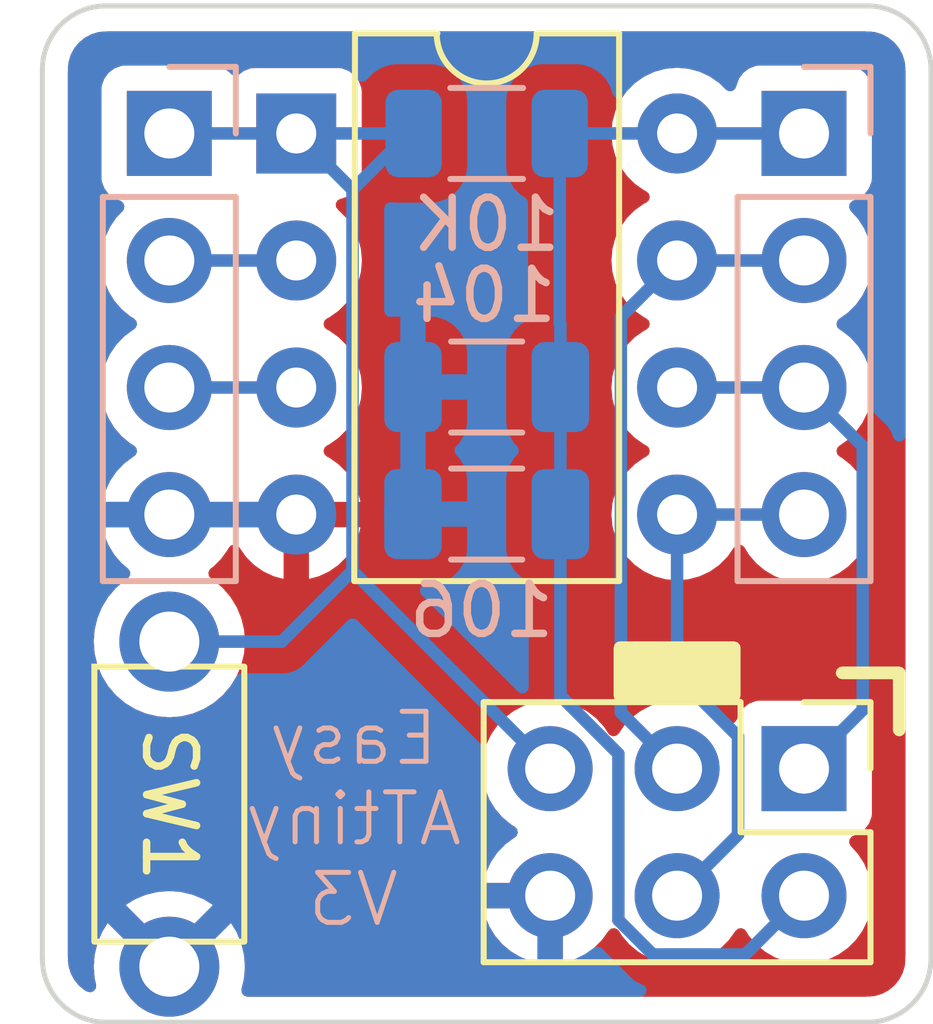
<source format=kicad_pcb>
(kicad_pcb (version 20211014) (generator pcbnew)
  (layers (0 "F.Cu" signal) (31 "B.Cu" signal) (34 "B.Paste" user) (35 "F.Paste" user) (36 "B.SilkS" user "B.Silkscreen") (37 "F.SilkS" user "F.Silkscreen") (38 "B.Mask" user) (39 "F.Mask" user) (44 "Edge.Cuts" user))
  (net 0 "")
  (net 1 "VCC")
  (net 2 "GND")
  (net 3 "Reset")
  (net 4 "ExtCLKI")
  (net 5 "PB4")
  (net 6 "MOSI")
  (net 7 "MISO")
  (net 8 "SCK")
  (footprint "Custom_Footprints:Push Button Switch Goldsun Electronics KRS-3550-BK-R" (layer "F.Cu") (at 172.72 97.8 180)
    (fp_text reference "SW1" (at 0 -3.25 270 unlocked) (layer "F.SilkS"))
    (fp_text value "SW_Push")
    (fp_rect (start 1.5 -0.5) (end -1.5 -6) (layer "F.SilkS") (width 0.12) (fill none))
    (pad "1" thru_hole circle (at 0 -6.5 180) (size 2 2) (drill 1.2) (layers *.Cu *.Mask) (net 2 "GND"))
    (pad "2" thru_hole circle (at 0 0 180) (size 2 2) (drill 1.2) (layers *.Cu *.Mask) (net 3 "Reset"))
  )
  (footprint "Package_DIP:DIP-8_W7.62mm" (layer "F.Cu") (at 175.26 87.64)
    (fp_text reference "U1" hide)
    (fp_text value "ATtiny13-20P" hide)
    (fp_line (start 2.825 -2) (end 1.175 -2) (layer "F.SilkS") (width 0.12))
    (fp_line (start 6.46 -2) (end 4.81 -2) (layer "F.SilkS") (width 0.12))
    (fp_line (start 1.16 8.95) (end 6.46 8.95) (layer "F.SilkS") (width 0.12))
    (fp_line (start 1.175 -2) (end 1.16 8.95) (layer "F.SilkS") (width 0.12))
    (fp_line (start 6.46 8.95) (end 6.46 -2) (layer "F.SilkS") (width 0.12))
    (fp_arc (start 4.81 -2) (mid 3.81 -1) (end 2.81 -2) (layer "F.SilkS") (width 0.12))
    (pad "1" thru_hole rect (at 0 0) (size 1.6 1.6) (drill 0.8) (layers *.Cu *.Mask) (net 3 "Reset"))
    (pad "2" thru_hole oval (at 0 2.54) (size 1.6 1.6) (drill 0.8) (layers *.Cu *.Mask) (net 4 "ExtCLKI"))
    (pad "3" thru_hole oval (at 0 5.08) (size 1.6 1.6) (drill 0.8) (layers *.Cu *.Mask) (net 5 "PB4"))
    (pad "4" thru_hole oval (at 0 7.62) (size 1.6 1.6) (drill 0.8) (layers *.Cu *.Mask) (net 2 "GND"))
    (pad "5" thru_hole oval (at 7.62 7.62) (size 1.6 1.6) (drill 0.8) (layers *.Cu *.Mask) (net 6 "MOSI"))
    (pad "6" thru_hole oval (at 7.62 5.08) (size 1.6 1.6) (drill 0.8) (layers *.Cu *.Mask) (net 7 "MISO"))
    (pad "7" thru_hole oval (at 7.62 2.54) (size 1.6 1.6) (drill 0.8) (layers *.Cu *.Mask) (net 8 "SCK"))
    (pad "8" thru_hole oval (at 7.62 0) (size 1.6 1.6) (drill 0.8) (layers *.Cu *.Mask) (net 1 "VCC"))
  )
  (footprint "Connector_PinHeader_2.54mm:PinHeader_2x03_P2.54mm_Vertical" (layer "F.Cu") (at 185.42 100.34 -90)
    (fp_text reference "J3" hide)
    (fp_text value "Conn_02x03_Odd_Even" hide)
    (fp_line (start -1.33 1.27) (end -1.33 6.41) (layer "F.SilkS") (width 0.12))
    (fp_line (start 3.87 -1.33) (end 3.87 6.41) (layer "F.SilkS") (width 0.12))
    (fp_line (start 1.27 1.27) (end 1.27 -1.33) (layer "F.SilkS") (width 0.12))
    (fp_line (start -1.33 -1.33) (end 0 -1.33) (layer "F.SilkS") (width 0.12))
    (fp_line (start 1.27 -1.33) (end 3.87 -1.33) (layer "F.SilkS") (width 0.12))
    (fp_line (start -1.33 1.27) (end 1.27 1.27) (layer "F.SilkS") (width 0.12))
    (fp_line (start -1.33 6.41) (end 3.87 6.41) (layer "F.SilkS") (width 0.12))
    (fp_line (start -1.33 0) (end -1.33 -1.33) (layer "F.SilkS") (width 0.12))
    (pad "1" thru_hole rect (at 0 0 270) (size 1.7 1.7) (drill 1) (layers *.Cu *.Mask) (net 7 "MISO"))
    (pad "2" thru_hole oval (at 2.54 0 270) (size 1.7 1.7) (drill 1) (layers *.Cu *.Mask) (net 1 "VCC"))
    (pad "3" thru_hole oval (at 0 2.54 270) (size 1.7 1.7) (drill 1) (layers *.Cu *.Mask) (net 8 "SCK"))
    (pad "4" thru_hole oval (at 2.54 2.54 270) (size 1.7 1.7) (drill 1) (layers *.Cu *.Mask) (net 6 "MOSI"))
    (pad "5" thru_hole oval (at 0 5.08 270) (size 1.7 1.7) (drill 1) (layers *.Cu *.Mask) (net 3 "Reset"))
    (pad "6" thru_hole oval (at 2.54 5.08 270) (size 1.7 1.7) (drill 1) (layers *.Cu *.Mask) (net 2 "GND"))
  )
  (footprint "Connector_PinHeader_2.54mm:PinHeader_1x04_P2.54mm_Vertical" (layer "B.Cu") (at 172.72 87.64 180)
    (fp_text reference "J1" hide)
    (fp_text value "Conn_01x04" hide)
    (fp_line (start -1.33 1.33) (end 0 1.33) (layer "B.SilkS") (width 0.12))
    (fp_line (start 1.33 -1.27) (end 1.33 -8.95) (layer "B.SilkS") (width 0.12))
    (fp_line (start -1.33 -1.27) (end -1.33 -8.95) (layer "B.SilkS") (width 0.12))
    (fp_line (start -1.33 -8.95) (end 1.33 -8.95) (layer "B.SilkS") (width 0.12))
    (fp_line (start -1.33 0) (end -1.33 1.33) (layer "B.SilkS") (width 0.12))
    (fp_line (start -1.33 -1.27) (end 1.33 -1.27) (layer "B.SilkS") (width 0.12))
    (pad "1" thru_hole rect (at 0 0 180) (size 1.7 1.7) (drill 1) (layers *.Cu *.Mask) (net 3 "Reset"))
    (pad "2" thru_hole oval (at 0 -2.54 180) (size 1.7 1.7) (drill 1) (layers *.Cu *.Mask) (net 4 "ExtCLKI"))
    (pad "3" thru_hole oval (at 0 -5.08 180) (size 1.7 1.7) (drill 1) (layers *.Cu *.Mask) (net 5 "PB4"))
    (pad "4" thru_hole oval (at 0 -7.62 180) (size 1.7 1.7) (drill 1) (layers *.Cu *.Mask) (net 2 "GND"))
  )
  (footprint "Connector_PinHeader_2.54mm:PinHeader_1x04_P2.54mm_Vertical" (layer "B.Cu") (at 185.42 87.64 180)
    (fp_text reference "J2" hide)
    (fp_text value "Conn_01x04" hide)
    (fp_line (start -1.33 -1.27) (end -1.33 -8.95) (layer "B.SilkS") (width 0.12))
    (fp_line (start -1.33 -8.95) (end 1.33 -8.95) (layer "B.SilkS") (width 0.12))
    (fp_line (start -1.33 1.33) (end 0 1.33) (layer "B.SilkS") (width 0.12))
    (fp_line (start -1.33 -1.27) (end 1.33 -1.27) (layer "B.SilkS") (width 0.12))
    (fp_line (start -1.33 0) (end -1.33 1.33) (layer "B.SilkS") (width 0.12))
    (fp_line (start 1.33 -1.27) (end 1.33 -8.95) (layer "B.SilkS") (width 0.12))
    (pad "1" thru_hole rect (at 0 0 180) (size 1.7 1.7) (drill 1) (layers *.Cu *.Mask) (net 1 "VCC"))
    (pad "2" thru_hole oval (at 0 -2.54 180) (size 1.7 1.7) (drill 1) (layers *.Cu *.Mask) (net 8 "SCK"))
    (pad "3" thru_hole oval (at 0 -5.08 180) (size 1.7 1.7) (drill 1) (layers *.Cu *.Mask) (net 7 "MISO"))
    (pad "4" thru_hole oval (at 0 -7.62 180) (size 1.7 1.7) (drill 1) (layers *.Cu *.Mask) (net 6 "MOSI"))
  )
  (footprint "Resistor_SMD:R_1206_3216Metric" (layer "B.Cu") (at 179.07 87.64)
    (fp_text reference "10K" (at 0 1.82) (layer "B.SilkS") (effects (justify mirror)))
    (fp_text value "R")
    (fp_line (start -0.727064 -0.91) (end 0.727064 -0.91) (layer "B.SilkS") (width 0.12))
    (fp_line (start -0.727064 0.91) (end 0.727064 0.91) (layer "B.SilkS") (width 0.12))
    (pad "1" smd roundrect (at -1.4625 0) (size 1.125 1.75) (layers "B.Cu" "B.Paste" "B.Mask") (roundrect_rratio 0.2222222222) (net 3 "Reset"))
    (pad "2" smd roundrect (at 1.4625 0) (size 1.125 1.75) (layers "B.Cu" "B.Paste" "B.Mask") (roundrect_rratio 0.2222222222) (net 1 "VCC"))
  )
  (footprint "Capacitor_SMD:C_1206_3216Metric" (layer "B.Cu") (at 179.07 95.25 180)
    (fp_text reference "106" (at 0.1016 -1.9304) (layer "B.SilkS") (effects (justify mirror)))
    (fp_text value "C")
    (fp_line (start -0.711252 0.91) (end 0.711252 0.91) (layer "B.SilkS") (width 0.12))
    (fp_line (start -0.711252 -0.91) (end 0.711252 -0.91) (layer "B.SilkS") (width 0.12))
    (pad "1" smd roundrect (at -1.475 0 180) (size 1.15 1.8) (layers "B.Cu" "B.Paste" "B.Mask") (roundrect_rratio 0.2173913043) (net 1 "VCC"))
    (pad "2" smd roundrect (at 1.475 0 180) (size 1.15 1.8) (layers "B.Cu" "B.Paste" "B.Mask") (roundrect_rratio 0.2173913043) (net 2 "GND"))
  )
  (footprint "Capacitor_SMD:C_1206_3216Metric" (layer "B.Cu") (at 179.07 92.71 180)
    (fp_text reference "104" (at 0.0508 1.8288) (layer "B.SilkS") (effects (justify mirror)))
    (fp_text value "C")
    (fp_line (start -0.711252 0.91) (end 0.711252 0.91) (layer "B.SilkS") (width 0.12))
    (fp_line (start -0.711252 -0.91) (end 0.711252 -0.91) (layer "B.SilkS") (width 0.12))
    (pad "1" smd roundrect (at -1.475 0 180) (size 1.15 1.8) (layers "B.Cu" "B.Paste" "B.Mask") (roundrect_rratio 0.2173913043) (net 1 "VCC"))
    (pad "2" smd roundrect (at 1.475 0 180) (size 1.15 1.8) (layers "B.Cu" "B.Paste" "B.Mask") (roundrect_rratio 0.2173913043) (net 2 "GND"))
  )
  (gr_line (start 176.1236 101.0666) (end 177.6476 101.0666) (layer "F.Cu") (width 0.2))
  (gr_line (start 175.6156 99.6696) (end 177.3936 99.6696) (layer "F.Cu") (width 0.2))
  (gr_line (start 176.5046 101.4476) (end 176.5046 99.6696) (layer "F.Cu") (width 0.2))
  (gr_line (start 176.1236 102.9716) (end 177.6476 101.0666) (layer "F.Cu") (width 0.2))
  (gr_line (start 176.1236 102.9716) (end 177.6476 102.9716) (layer "F.Cu") (width 0.2))
  (gr_arc (start 171.45 105.41) (mid 170.551974 105.038026) (end 170.18 104.14) (layer "Edge.Cuts") (width 0.1))
  (gr_line (start 170.18 104.14) (end 170.18 86.36) (layer "Edge.Cuts") (width 0.1))
  (gr_arc (start 186.69 85.09) (mid 187.588026 85.461974) (end 187.96 86.36) (layer "Edge.Cuts") (width 0.1))
  (gr_arc (start 187.96 104.14) (mid 187.588026 105.038026) (end 186.69 105.41) (layer "Edge.Cuts") (width 0.1))
  (gr_line (start 171.45 85.09) (end 186.69 85.09) (layer "Edge.Cuts") (width 0.1))
  (gr_line (start 187.96 86.36) (end 187.96 104.14) (layer "Edge.Cuts") (width 0.1))
  (gr_arc (start 170.18 86.36) (mid 170.551974 85.461974) (end 171.45 85.09) (layer "Edge.Cuts") (width 0.1))
  (gr_line (start 186.69 105.41) (end 171.45 105.41) (layer "Edge.Cuts") (width 0.1))
  (gr_text "Easy\nATtiny\nV3" (at 176.403 101.346) (layer "B.SilkS") (effects (font (size 1 1) (thickness 0.1)) (justify mirror)))
  (segment (start 182.88 87.64) (end 180.5325 87.64) (width 0.25) (layer "B.Cu") (net 1))
  (segment (start 180.545 98.883299) (end 181.705 100.043299) (width 0.25) (layer "B.Cu") (net 1))
  (segment (start 184.245 104.055) (end 185.42 102.88) (width 0.25) (layer "B.Cu") (net 1))
  (segment (start 182.88 87.64) (end 185.42 87.64) (width 0.25) (layer "B.Cu") (net 1))
  (segment (start 180.5325 91.4375) (end 180.545 91.45) (width 0.25) (layer "B.Cu") (net 1))
  (segment (start 180.545 91.45) (end 180.545 93.99) (width 0.25) (layer "B.Cu") (net 1))
  (segment (start 180.545 93.99) (end 180.545 98.883299) (width 0.25) (layer "B.Cu") (net 1))
  (segment (start 182.393299 104.055) (end 184.245 104.055) (width 0.25) (layer "B.Cu") (net 1))
  (segment (start 181.705 103.366701) (end 182.393299 104.055) (width 0.25) (layer "B.Cu") (net 1))
  (segment (start 180.5325 87.64) (end 180.5325 91.4375) (width 0.25) (layer "B.Cu") (net 1))
  (segment (start 181.705 100.043299) (end 181.705 103.366701) (width 0.25) (layer "B.Cu") (net 1))
  (segment (start 175.26 95.26) (end 172.72 95.26) (width 0.25) (layer "B.Cu") (net 2))
  (segment (start 177.6075 87.64) (end 177.51 87.64) (width 0.25) (layer "B.Cu") (net 3))
  (segment (start 175.26 87.64) (end 176.385 88.765) (width 0.25) (layer "B.Cu") (net 3))
  (segment (start 176.385 88.765) (end 176.385 96.385) (width 0.25) (layer "B.Cu") (net 3))
  (segment (start 176.385 96.385) (end 180.34 100.34) (width 0.25) (layer "B.Cu") (net 3))
  (segment (start 172.72 87.64) (end 175.26 87.64) (width 0.25) (layer "B.Cu") (net 3))
  (segment (start 172.72 97.8) (end 174.97 97.8) (width 0.25) (layer "B.Cu") (net 3))
  (segment (start 175.26 87.64) (end 177.6075 87.64) (width 0.25) (layer "B.Cu") (net 3))
  (segment (start 177.51 87.64) (end 176.385 88.765) (width 0.25) (layer "B.Cu") (net 3))
  (segment (start 174.97 97.8) (end 176.385 96.385) (width 0.25) (layer "B.Cu") (net 3))
  (segment (start 175.26 90.18) (end 172.72 90.18) (width 0.25) (layer "B.Cu") (net 4))
  (segment (start 175.26 92.72) (end 172.72 92.72) (width 0.25) (layer "B.Cu") (net 5))
  (segment (start 184.0992 99.695) (end 184.0992 101.6608) (width 0.25) (layer "B.Cu") (net 6))
  (segment (start 182.88 95.26) (end 185.42 95.26) (width 0.25) (layer "B.Cu") (net 6))
  (segment (start 182.88 98.4758) (end 184.0992 99.695) (width 0.25) (layer "B.Cu") (net 6))
  (segment (start 184.0992 101.6608) (end 182.88 102.88) (width 0.25) (layer "B.Cu") (net 6))
  (segment (start 182.88 95.26) (end 182.88 98.4758) (width 0.25) (layer "B.Cu") (net 6))
  (segment (start 186.595 93.895) (end 186.595 99.165) (width 0.25) (layer "B.Cu") (net 7))
  (segment (start 185.42 92.72) (end 186.595 93.895) (width 0.25) (layer "B.Cu") (net 7))
  (segment (start 186.595 99.165) (end 185.42 100.34) (width 0.25) (layer "B.Cu") (net 7))
  (segment (start 182.88 92.72) (end 185.42 92.72) (width 0.25) (layer "B.Cu") (net 7))
  (segment (start 182.88 90.18) (end 185.42 90.18) (width 0.25) (layer "B.Cu") (net 8))
  (segment (start 181.755 91.305) (end 181.755 99.215) (width 0.25) (layer "B.Cu") (net 8))
  (segment (start 181.755 99.215) (end 182.88 100.34) (width 0.25) (layer "B.Cu") (net 8))
  (segment (start 182.88 90.18) (end 181.755 91.305) (width 0.25) (layer "B.Cu") (net 8))
  (zone (net 2) (net_name "GND") (layer "F.Cu") (connect_pads (clearance 0.508)) (min_thickness 0.254) (fill yes (thermal_gap 0.508) (thermal_bridge_width 0.508))
    (polygon (pts (xy 187.96 105.41) (xy 170.18 105.41) (xy 170.18 85.09) (xy 187.96 85.09)))
  )
  (zone (net 2) (net_name "GND") (layer "B.Cu") (connect_pads (clearance 0.508)) (min_thickness 0.254) (fill yes (thermal_gap 0.508) (thermal_bridge_width 0.508))
    (polygon (pts (xy 187.96 105.41) (xy 170.18 105.41) (xy 170.18 85.09) (xy 187.96 85.09)))
  )
  (zone (net 0) (net_name "") (layer "F.SilkS") (connect_pads (clearance 0.508)) (min_thickness 0.254) (fill yes (thermal_gap 0.508) (thermal_bridge_width 0.508))
    (polygon (pts (xy 184.15 99.01) (xy 181.61 99.01) (xy 181.61 97.795) (xy 184.15 97.795)))
  )
  (zone (net 0) (net_name "") (layer "F.SilkS") (connect_pads (clearance 0.508)) (min_thickness 0.254) (fill yes (thermal_gap 0.508) (thermal_bridge_width 0.508))
    (polygon (pts (xy 187.452 99.695) (xy 187.198 99.695) (xy 187.198 98.552) (xy 186.055 98.552) (xy 186.055 98.298) (xy 187.452 98.298)))
  )
)
</source>
